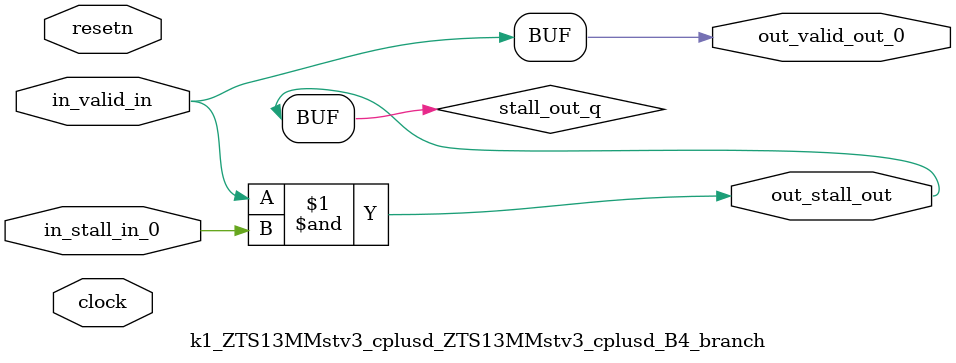
<source format=sv>



(* altera_attribute = "-name AUTO_SHIFT_REGISTER_RECOGNITION OFF; -name MESSAGE_DISABLE 10036; -name MESSAGE_DISABLE 10037; -name MESSAGE_DISABLE 14130; -name MESSAGE_DISABLE 14320; -name MESSAGE_DISABLE 15400; -name MESSAGE_DISABLE 14130; -name MESSAGE_DISABLE 10036; -name MESSAGE_DISABLE 12020; -name MESSAGE_DISABLE 12030; -name MESSAGE_DISABLE 12010; -name MESSAGE_DISABLE 12110; -name MESSAGE_DISABLE 14320; -name MESSAGE_DISABLE 13410; -name MESSAGE_DISABLE 113007; -name MESSAGE_DISABLE 10958" *)
module k1_ZTS13MMstv3_cplusd_ZTS13MMstv3_cplusd_B4_branch (
    input wire [0:0] in_stall_in_0,
    input wire [0:0] in_valid_in,
    output wire [0:0] out_stall_out,
    output wire [0:0] out_valid_out_0,
    input wire clock,
    input wire resetn
    );

    wire [0:0] stall_out_q;


    // stall_out(LOGICAL,6)
    assign stall_out_q = in_valid_in & in_stall_in_0;

    // out_stall_out(GPOUT,4)
    assign out_stall_out = stall_out_q;

    // out_valid_out_0(GPOUT,5)
    assign out_valid_out_0 = in_valid_in;

endmodule

</source>
